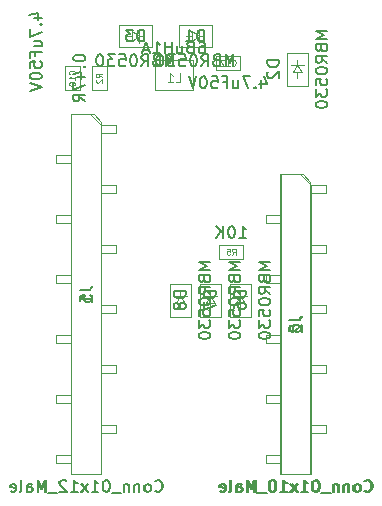
<source format=gbr>
%TF.GenerationSoftware,KiCad,Pcbnew,(5.1.10)-1*%
%TF.CreationDate,2022-01-07T18:41:25+01:00*%
%TF.ProjectId,M5StampC3,4d355374-616d-4704-9333-2e6b69636164,rev?*%
%TF.SameCoordinates,Original*%
%TF.FileFunction,Other,Fab,Bot*%
%FSLAX46Y46*%
G04 Gerber Fmt 4.6, Leading zero omitted, Abs format (unit mm)*
G04 Created by KiCad (PCBNEW (5.1.10)-1) date 2022-01-07 18:41:25*
%MOMM*%
%LPD*%
G01*
G04 APERTURE LIST*
%ADD10C,0.100000*%
%ADD11C,0.150000*%
%ADD12C,0.080000*%
%ADD13C,0.120000*%
G04 APERTURE END LIST*
D10*
%TO.C,J6*%
X135470000Y-54737000D02*
X134835000Y-54102000D01*
X135470000Y-79502000D02*
X135470000Y-54737000D01*
X132930000Y-79502000D02*
X135470000Y-79502000D01*
X132930000Y-54102000D02*
X132930000Y-79502000D01*
X134835000Y-54102000D02*
X132930000Y-54102000D01*
%TO.C,J5*%
X117770000Y-49657000D02*
X117135000Y-49022000D01*
X117770000Y-79502000D02*
X117770000Y-49657000D01*
X115230000Y-79502000D02*
X117770000Y-79502000D01*
X115230000Y-49022000D02*
X115230000Y-79502000D01*
X117135000Y-49022000D02*
X115230000Y-49022000D01*
%TO.C,R5*%
X129778000Y-60081000D02*
X127778000Y-60081000D01*
X129778000Y-61331000D02*
X129778000Y-60081000D01*
X127778000Y-61331000D02*
X129778000Y-61331000D01*
X127778000Y-60081000D02*
X127778000Y-61331000D01*
%TO.C,D8*%
X123560000Y-63370000D02*
X123560000Y-66170000D01*
X123560000Y-66170000D02*
X125360000Y-66170000D01*
X125360000Y-66170000D02*
X125360000Y-63370000D01*
X125360000Y-63370000D02*
X123560000Y-63370000D01*
X124460000Y-64020000D02*
X124460000Y-64420000D01*
X124460000Y-64420000D02*
X123910000Y-64420000D01*
X124460000Y-64420000D02*
X125010000Y-64420000D01*
X124460000Y-64420000D02*
X124060000Y-65020000D01*
X124060000Y-65020000D02*
X124860000Y-65020000D01*
X124860000Y-65020000D02*
X124460000Y-64420000D01*
X124460000Y-65020000D02*
X124460000Y-65520000D01*
%TO.C,D7*%
X126100000Y-63370000D02*
X126100000Y-66170000D01*
X126100000Y-66170000D02*
X127900000Y-66170000D01*
X127900000Y-66170000D02*
X127900000Y-63370000D01*
X127900000Y-63370000D02*
X126100000Y-63370000D01*
X127000000Y-64020000D02*
X127000000Y-64420000D01*
X127000000Y-64420000D02*
X126450000Y-64420000D01*
X127000000Y-64420000D02*
X127550000Y-64420000D01*
X127000000Y-64420000D02*
X126600000Y-65020000D01*
X126600000Y-65020000D02*
X127400000Y-65020000D01*
X127400000Y-65020000D02*
X127000000Y-64420000D01*
X127000000Y-65020000D02*
X127000000Y-65520000D01*
%TO.C,D6*%
X128640000Y-63370000D02*
X128640000Y-66170000D01*
X128640000Y-66170000D02*
X130440000Y-66170000D01*
X130440000Y-66170000D02*
X130440000Y-63370000D01*
X130440000Y-63370000D02*
X128640000Y-63370000D01*
X129540000Y-64020000D02*
X129540000Y-64420000D01*
X129540000Y-64420000D02*
X128990000Y-64420000D01*
X129540000Y-64420000D02*
X130090000Y-64420000D01*
X129540000Y-64420000D02*
X129140000Y-65020000D01*
X129140000Y-65020000D02*
X129940000Y-65020000D01*
X129940000Y-65020000D02*
X129540000Y-64420000D01*
X129540000Y-65020000D02*
X129540000Y-65520000D01*
%TO.C,J2*%
X133020000Y-79502000D02*
X135560000Y-79502000D01*
X134610000Y-54102000D02*
X133020000Y-54102000D01*
X135560000Y-79502000D02*
X135560000Y-55052000D01*
X135560000Y-55052000D02*
X134610000Y-54102000D01*
X133020000Y-54102000D02*
X133020000Y-79502000D01*
X135560000Y-55052000D02*
X136830000Y-55052000D01*
X136830000Y-55052000D02*
X136830000Y-55692000D01*
X136830000Y-55692000D02*
X135560000Y-55692000D01*
X135560000Y-60132000D02*
X136830000Y-60132000D01*
X136830000Y-60132000D02*
X136830000Y-60772000D01*
X136830000Y-60772000D02*
X135560000Y-60772000D01*
X135560000Y-65212000D02*
X136830000Y-65212000D01*
X136830000Y-65212000D02*
X136830000Y-65852000D01*
X136830000Y-65852000D02*
X135560000Y-65852000D01*
X135560000Y-70292000D02*
X136830000Y-70292000D01*
X136830000Y-70292000D02*
X136830000Y-70932000D01*
X136830000Y-70932000D02*
X135560000Y-70932000D01*
X135560000Y-75372000D02*
X136830000Y-75372000D01*
X136830000Y-75372000D02*
X136830000Y-76012000D01*
X136830000Y-76012000D02*
X135560000Y-76012000D01*
X133020000Y-57592000D02*
X131750000Y-57592000D01*
X131750000Y-57592000D02*
X131750000Y-58232000D01*
X131750000Y-58232000D02*
X133020000Y-58232000D01*
X133020000Y-62672000D02*
X131750000Y-62672000D01*
X131750000Y-62672000D02*
X131750000Y-63312000D01*
X131750000Y-63312000D02*
X133020000Y-63312000D01*
X133020000Y-67752000D02*
X131750000Y-67752000D01*
X131750000Y-67752000D02*
X131750000Y-68392000D01*
X131750000Y-68392000D02*
X133020000Y-68392000D01*
X133020000Y-72832000D02*
X131750000Y-72832000D01*
X131750000Y-72832000D02*
X131750000Y-73472000D01*
X131750000Y-73472000D02*
X133020000Y-73472000D01*
X133020000Y-77912000D02*
X131750000Y-77912000D01*
X131750000Y-77912000D02*
X131750000Y-78552000D01*
X131750000Y-78552000D02*
X133020000Y-78552000D01*
%TO.C,J1*%
X115240000Y-79498000D02*
X117780000Y-79498000D01*
X116830000Y-49018000D02*
X115240000Y-49018000D01*
X117780000Y-79498000D02*
X117780000Y-49968000D01*
X117780000Y-49968000D02*
X116830000Y-49018000D01*
X115240000Y-49018000D02*
X115240000Y-79498000D01*
X117780000Y-49968000D02*
X119050000Y-49968000D01*
X119050000Y-49968000D02*
X119050000Y-50608000D01*
X119050000Y-50608000D02*
X117780000Y-50608000D01*
X117780000Y-55048000D02*
X119050000Y-55048000D01*
X119050000Y-55048000D02*
X119050000Y-55688000D01*
X119050000Y-55688000D02*
X117780000Y-55688000D01*
X117780000Y-60128000D02*
X119050000Y-60128000D01*
X119050000Y-60128000D02*
X119050000Y-60768000D01*
X119050000Y-60768000D02*
X117780000Y-60768000D01*
X117780000Y-65208000D02*
X119050000Y-65208000D01*
X119050000Y-65208000D02*
X119050000Y-65848000D01*
X119050000Y-65848000D02*
X117780000Y-65848000D01*
X117780000Y-70288000D02*
X119050000Y-70288000D01*
X119050000Y-70288000D02*
X119050000Y-70928000D01*
X119050000Y-70928000D02*
X117780000Y-70928000D01*
X117780000Y-75368000D02*
X119050000Y-75368000D01*
X119050000Y-75368000D02*
X119050000Y-76008000D01*
X119050000Y-76008000D02*
X117780000Y-76008000D01*
X115240000Y-52508000D02*
X113970000Y-52508000D01*
X113970000Y-52508000D02*
X113970000Y-53148000D01*
X113970000Y-53148000D02*
X115240000Y-53148000D01*
X115240000Y-57588000D02*
X113970000Y-57588000D01*
X113970000Y-57588000D02*
X113970000Y-58228000D01*
X113970000Y-58228000D02*
X115240000Y-58228000D01*
X115240000Y-62668000D02*
X113970000Y-62668000D01*
X113970000Y-62668000D02*
X113970000Y-63308000D01*
X113970000Y-63308000D02*
X115240000Y-63308000D01*
X115240000Y-67748000D02*
X113970000Y-67748000D01*
X113970000Y-67748000D02*
X113970000Y-68388000D01*
X113970000Y-68388000D02*
X115240000Y-68388000D01*
X115240000Y-72828000D02*
X113970000Y-72828000D01*
X113970000Y-72828000D02*
X113970000Y-73468000D01*
X113970000Y-73468000D02*
X115240000Y-73468000D01*
X115240000Y-77908000D02*
X113970000Y-77908000D01*
X113970000Y-77908000D02*
X113970000Y-78548000D01*
X113970000Y-78548000D02*
X115240000Y-78548000D01*
%TO.C,L1*%
X122352000Y-44470000D02*
X122352000Y-46970000D01*
X122352000Y-46970000D02*
X125552000Y-46970000D01*
X125552000Y-46970000D02*
X125552000Y-44470000D01*
X125552000Y-44470000D02*
X122352000Y-44470000D01*
%TO.C,R2*%
X116977000Y-46974000D02*
X118227000Y-46974000D01*
X118227000Y-46974000D02*
X118227000Y-44974000D01*
X118227000Y-44974000D02*
X116977000Y-44974000D01*
X116977000Y-44974000D02*
X116977000Y-46974000D01*
%TO.C,D1*%
X125480000Y-42418000D02*
X124980000Y-42418000D01*
X125480000Y-42818000D02*
X126080000Y-42418000D01*
X125480000Y-42018000D02*
X125480000Y-42818000D01*
X126080000Y-42418000D02*
X125480000Y-42018000D01*
X126080000Y-42418000D02*
X126080000Y-42968000D01*
X126080000Y-42418000D02*
X126080000Y-41868000D01*
X126480000Y-42418000D02*
X126080000Y-42418000D01*
X127130000Y-43318000D02*
X127130000Y-41518000D01*
X124330000Y-43318000D02*
X127130000Y-43318000D01*
X124330000Y-41518000D02*
X124330000Y-43318000D01*
X127130000Y-41518000D02*
X124330000Y-41518000D01*
%TO.C,D2*%
X134366000Y-45462000D02*
X134366000Y-45962000D01*
X134766000Y-45462000D02*
X134366000Y-44862000D01*
X133966000Y-45462000D02*
X134766000Y-45462000D01*
X134366000Y-44862000D02*
X133966000Y-45462000D01*
X134366000Y-44862000D02*
X134916000Y-44862000D01*
X134366000Y-44862000D02*
X133816000Y-44862000D01*
X134366000Y-44462000D02*
X134366000Y-44862000D01*
X135266000Y-43812000D02*
X133466000Y-43812000D01*
X135266000Y-46612000D02*
X135266000Y-43812000D01*
X133466000Y-46612000D02*
X135266000Y-46612000D01*
X133466000Y-43812000D02*
X133466000Y-46612000D01*
%TO.C,D3*%
X120400000Y-42418000D02*
X119900000Y-42418000D01*
X120400000Y-42818000D02*
X121000000Y-42418000D01*
X120400000Y-42018000D02*
X120400000Y-42818000D01*
X121000000Y-42418000D02*
X120400000Y-42018000D01*
X121000000Y-42418000D02*
X121000000Y-42968000D01*
X121000000Y-42418000D02*
X121000000Y-41868000D01*
X121400000Y-42418000D02*
X121000000Y-42418000D01*
X122050000Y-43318000D02*
X122050000Y-41518000D01*
X119250000Y-43318000D02*
X122050000Y-43318000D01*
X119250000Y-41518000D02*
X119250000Y-43318000D01*
X122050000Y-41518000D02*
X119250000Y-41518000D01*
%TO.C,C12*%
X129524000Y-45329000D02*
X129524000Y-44079000D01*
X129524000Y-44079000D02*
X127524000Y-44079000D01*
X127524000Y-44079000D02*
X127524000Y-45329000D01*
X127524000Y-45329000D02*
X129524000Y-45329000D01*
%TO.C,C10*%
X114691000Y-46974000D02*
X115941000Y-46974000D01*
X115941000Y-46974000D02*
X115941000Y-44974000D01*
X115941000Y-44974000D02*
X114691000Y-44974000D01*
X114691000Y-44974000D02*
X114691000Y-46974000D01*
%TD*%
%TO.C,J6*%
D11*
X140033333Y-80919142D02*
X140080952Y-80966761D01*
X140223809Y-81014380D01*
X140319047Y-81014380D01*
X140461904Y-80966761D01*
X140557142Y-80871523D01*
X140604761Y-80776285D01*
X140652380Y-80585809D01*
X140652380Y-80442952D01*
X140604761Y-80252476D01*
X140557142Y-80157238D01*
X140461904Y-80062000D01*
X140319047Y-80014380D01*
X140223809Y-80014380D01*
X140080952Y-80062000D01*
X140033333Y-80109619D01*
X139461904Y-81014380D02*
X139557142Y-80966761D01*
X139604761Y-80919142D01*
X139652380Y-80823904D01*
X139652380Y-80538190D01*
X139604761Y-80442952D01*
X139557142Y-80395333D01*
X139461904Y-80347714D01*
X139319047Y-80347714D01*
X139223809Y-80395333D01*
X139176190Y-80442952D01*
X139128571Y-80538190D01*
X139128571Y-80823904D01*
X139176190Y-80919142D01*
X139223809Y-80966761D01*
X139319047Y-81014380D01*
X139461904Y-81014380D01*
X138700000Y-80347714D02*
X138700000Y-81014380D01*
X138700000Y-80442952D02*
X138652380Y-80395333D01*
X138557142Y-80347714D01*
X138414285Y-80347714D01*
X138319047Y-80395333D01*
X138271428Y-80490571D01*
X138271428Y-81014380D01*
X137795238Y-80347714D02*
X137795238Y-81014380D01*
X137795238Y-80442952D02*
X137747619Y-80395333D01*
X137652380Y-80347714D01*
X137509523Y-80347714D01*
X137414285Y-80395333D01*
X137366666Y-80490571D01*
X137366666Y-81014380D01*
X137128571Y-81109619D02*
X136366666Y-81109619D01*
X135938095Y-80014380D02*
X135842857Y-80014380D01*
X135747619Y-80062000D01*
X135700000Y-80109619D01*
X135652380Y-80204857D01*
X135604761Y-80395333D01*
X135604761Y-80633428D01*
X135652380Y-80823904D01*
X135700000Y-80919142D01*
X135747619Y-80966761D01*
X135842857Y-81014380D01*
X135938095Y-81014380D01*
X136033333Y-80966761D01*
X136080952Y-80919142D01*
X136128571Y-80823904D01*
X136176190Y-80633428D01*
X136176190Y-80395333D01*
X136128571Y-80204857D01*
X136080952Y-80109619D01*
X136033333Y-80062000D01*
X135938095Y-80014380D01*
X134652380Y-81014380D02*
X135223809Y-81014380D01*
X134938095Y-81014380D02*
X134938095Y-80014380D01*
X135033333Y-80157238D01*
X135128571Y-80252476D01*
X135223809Y-80300095D01*
X134319047Y-81014380D02*
X133795238Y-80347714D01*
X134319047Y-80347714D02*
X133795238Y-81014380D01*
X132890476Y-81014380D02*
X133461904Y-81014380D01*
X133176190Y-81014380D02*
X133176190Y-80014380D01*
X133271428Y-80157238D01*
X133366666Y-80252476D01*
X133461904Y-80300095D01*
X132271428Y-80014380D02*
X132176190Y-80014380D01*
X132080952Y-80062000D01*
X132033333Y-80109619D01*
X131985714Y-80204857D01*
X131938095Y-80395333D01*
X131938095Y-80633428D01*
X131985714Y-80823904D01*
X132033333Y-80919142D01*
X132080952Y-80966761D01*
X132176190Y-81014380D01*
X132271428Y-81014380D01*
X132366666Y-80966761D01*
X132414285Y-80919142D01*
X132461904Y-80823904D01*
X132509523Y-80633428D01*
X132509523Y-80395333D01*
X132461904Y-80204857D01*
X132414285Y-80109619D01*
X132366666Y-80062000D01*
X132271428Y-80014380D01*
X131747619Y-81109619D02*
X130985714Y-81109619D01*
X130747619Y-81014380D02*
X130747619Y-80014380D01*
X130414285Y-80728666D01*
X130080952Y-80014380D01*
X130080952Y-81014380D01*
X129176190Y-81014380D02*
X129176190Y-80490571D01*
X129223809Y-80395333D01*
X129319047Y-80347714D01*
X129509523Y-80347714D01*
X129604761Y-80395333D01*
X129176190Y-80966761D02*
X129271428Y-81014380D01*
X129509523Y-81014380D01*
X129604761Y-80966761D01*
X129652380Y-80871523D01*
X129652380Y-80776285D01*
X129604761Y-80681047D01*
X129509523Y-80633428D01*
X129271428Y-80633428D01*
X129176190Y-80585809D01*
X128557142Y-81014380D02*
X128652380Y-80966761D01*
X128700000Y-80871523D01*
X128700000Y-80014380D01*
X127795238Y-80966761D02*
X127890476Y-81014380D01*
X128080952Y-81014380D01*
X128176190Y-80966761D01*
X128223809Y-80871523D01*
X128223809Y-80490571D01*
X128176190Y-80395333D01*
X128080952Y-80347714D01*
X127890476Y-80347714D01*
X127795238Y-80395333D01*
X127747619Y-80490571D01*
X127747619Y-80585809D01*
X128223809Y-80681047D01*
X133652380Y-66468666D02*
X134366666Y-66468666D01*
X134509523Y-66421047D01*
X134604761Y-66325809D01*
X134652380Y-66182952D01*
X134652380Y-66087714D01*
X133652380Y-67373428D02*
X133652380Y-67182952D01*
X133700000Y-67087714D01*
X133747619Y-67040095D01*
X133890476Y-66944857D01*
X134080952Y-66897238D01*
X134461904Y-66897238D01*
X134557142Y-66944857D01*
X134604761Y-66992476D01*
X134652380Y-67087714D01*
X134652380Y-67278190D01*
X134604761Y-67373428D01*
X134557142Y-67421047D01*
X134461904Y-67468666D01*
X134223809Y-67468666D01*
X134128571Y-67421047D01*
X134080952Y-67373428D01*
X134033333Y-67278190D01*
X134033333Y-67087714D01*
X134080952Y-66992476D01*
X134128571Y-66944857D01*
X134223809Y-66897238D01*
%TO.C,J5*%
X122333333Y-80919142D02*
X122380952Y-80966761D01*
X122523809Y-81014380D01*
X122619047Y-81014380D01*
X122761904Y-80966761D01*
X122857142Y-80871523D01*
X122904761Y-80776285D01*
X122952380Y-80585809D01*
X122952380Y-80442952D01*
X122904761Y-80252476D01*
X122857142Y-80157238D01*
X122761904Y-80062000D01*
X122619047Y-80014380D01*
X122523809Y-80014380D01*
X122380952Y-80062000D01*
X122333333Y-80109619D01*
X121761904Y-81014380D02*
X121857142Y-80966761D01*
X121904761Y-80919142D01*
X121952380Y-80823904D01*
X121952380Y-80538190D01*
X121904761Y-80442952D01*
X121857142Y-80395333D01*
X121761904Y-80347714D01*
X121619047Y-80347714D01*
X121523809Y-80395333D01*
X121476190Y-80442952D01*
X121428571Y-80538190D01*
X121428571Y-80823904D01*
X121476190Y-80919142D01*
X121523809Y-80966761D01*
X121619047Y-81014380D01*
X121761904Y-81014380D01*
X121000000Y-80347714D02*
X121000000Y-81014380D01*
X121000000Y-80442952D02*
X120952380Y-80395333D01*
X120857142Y-80347714D01*
X120714285Y-80347714D01*
X120619047Y-80395333D01*
X120571428Y-80490571D01*
X120571428Y-81014380D01*
X120095238Y-80347714D02*
X120095238Y-81014380D01*
X120095238Y-80442952D02*
X120047619Y-80395333D01*
X119952380Y-80347714D01*
X119809523Y-80347714D01*
X119714285Y-80395333D01*
X119666666Y-80490571D01*
X119666666Y-81014380D01*
X119428571Y-81109619D02*
X118666666Y-81109619D01*
X118238095Y-80014380D02*
X118142857Y-80014380D01*
X118047619Y-80062000D01*
X118000000Y-80109619D01*
X117952380Y-80204857D01*
X117904761Y-80395333D01*
X117904761Y-80633428D01*
X117952380Y-80823904D01*
X118000000Y-80919142D01*
X118047619Y-80966761D01*
X118142857Y-81014380D01*
X118238095Y-81014380D01*
X118333333Y-80966761D01*
X118380952Y-80919142D01*
X118428571Y-80823904D01*
X118476190Y-80633428D01*
X118476190Y-80395333D01*
X118428571Y-80204857D01*
X118380952Y-80109619D01*
X118333333Y-80062000D01*
X118238095Y-80014380D01*
X116952380Y-81014380D02*
X117523809Y-81014380D01*
X117238095Y-81014380D02*
X117238095Y-80014380D01*
X117333333Y-80157238D01*
X117428571Y-80252476D01*
X117523809Y-80300095D01*
X116619047Y-81014380D02*
X116095238Y-80347714D01*
X116619047Y-80347714D02*
X116095238Y-81014380D01*
X115190476Y-81014380D02*
X115761904Y-81014380D01*
X115476190Y-81014380D02*
X115476190Y-80014380D01*
X115571428Y-80157238D01*
X115666666Y-80252476D01*
X115761904Y-80300095D01*
X114809523Y-80109619D02*
X114761904Y-80062000D01*
X114666666Y-80014380D01*
X114428571Y-80014380D01*
X114333333Y-80062000D01*
X114285714Y-80109619D01*
X114238095Y-80204857D01*
X114238095Y-80300095D01*
X114285714Y-80442952D01*
X114857142Y-81014380D01*
X114238095Y-81014380D01*
X114047619Y-81109619D02*
X113285714Y-81109619D01*
X113047619Y-81014380D02*
X113047619Y-80014380D01*
X112714285Y-80728666D01*
X112380952Y-80014380D01*
X112380952Y-81014380D01*
X111476190Y-81014380D02*
X111476190Y-80490571D01*
X111523809Y-80395333D01*
X111619047Y-80347714D01*
X111809523Y-80347714D01*
X111904761Y-80395333D01*
X111476190Y-80966761D02*
X111571428Y-81014380D01*
X111809523Y-81014380D01*
X111904761Y-80966761D01*
X111952380Y-80871523D01*
X111952380Y-80776285D01*
X111904761Y-80681047D01*
X111809523Y-80633428D01*
X111571428Y-80633428D01*
X111476190Y-80585809D01*
X110857142Y-81014380D02*
X110952380Y-80966761D01*
X111000000Y-80871523D01*
X111000000Y-80014380D01*
X110095238Y-80966761D02*
X110190476Y-81014380D01*
X110380952Y-81014380D01*
X110476190Y-80966761D01*
X110523809Y-80871523D01*
X110523809Y-80490571D01*
X110476190Y-80395333D01*
X110380952Y-80347714D01*
X110190476Y-80347714D01*
X110095238Y-80395333D01*
X110047619Y-80490571D01*
X110047619Y-80585809D01*
X110523809Y-80681047D01*
X115952380Y-63928666D02*
X116666666Y-63928666D01*
X116809523Y-63881047D01*
X116904761Y-63785809D01*
X116952380Y-63642952D01*
X116952380Y-63547714D01*
X115952380Y-64881047D02*
X115952380Y-64404857D01*
X116428571Y-64357238D01*
X116380952Y-64404857D01*
X116333333Y-64500095D01*
X116333333Y-64738190D01*
X116380952Y-64833428D01*
X116428571Y-64881047D01*
X116523809Y-64928666D01*
X116761904Y-64928666D01*
X116857142Y-64881047D01*
X116904761Y-64833428D01*
X116952380Y-64738190D01*
X116952380Y-64500095D01*
X116904761Y-64404857D01*
X116857142Y-64357238D01*
%TO.C,R5*%
X129468476Y-59508380D02*
X130039904Y-59508380D01*
X129754190Y-59508380D02*
X129754190Y-58508380D01*
X129849428Y-58651238D01*
X129944666Y-58746476D01*
X130039904Y-58794095D01*
X128849428Y-58508380D02*
X128754190Y-58508380D01*
X128658952Y-58556000D01*
X128611333Y-58603619D01*
X128563714Y-58698857D01*
X128516095Y-58889333D01*
X128516095Y-59127428D01*
X128563714Y-59317904D01*
X128611333Y-59413142D01*
X128658952Y-59460761D01*
X128754190Y-59508380D01*
X128849428Y-59508380D01*
X128944666Y-59460761D01*
X128992285Y-59413142D01*
X129039904Y-59317904D01*
X129087523Y-59127428D01*
X129087523Y-58889333D01*
X129039904Y-58698857D01*
X128992285Y-58603619D01*
X128944666Y-58556000D01*
X128849428Y-58508380D01*
X128087523Y-59508380D02*
X128087523Y-58508380D01*
X127516095Y-59508380D02*
X127944666Y-58936952D01*
X127516095Y-58508380D02*
X128087523Y-59079809D01*
D12*
X128861333Y-60932190D02*
X129028000Y-60694095D01*
X129147047Y-60932190D02*
X129147047Y-60432190D01*
X128956571Y-60432190D01*
X128908952Y-60456000D01*
X128885142Y-60479809D01*
X128861333Y-60527428D01*
X128861333Y-60598857D01*
X128885142Y-60646476D01*
X128908952Y-60670285D01*
X128956571Y-60694095D01*
X129147047Y-60694095D01*
X128408952Y-60432190D02*
X128647047Y-60432190D01*
X128670857Y-60670285D01*
X128647047Y-60646476D01*
X128599428Y-60622666D01*
X128480380Y-60622666D01*
X128432761Y-60646476D01*
X128408952Y-60670285D01*
X128385142Y-60717904D01*
X128385142Y-60836952D01*
X128408952Y-60884571D01*
X128432761Y-60908380D01*
X128480380Y-60932190D01*
X128599428Y-60932190D01*
X128647047Y-60908380D01*
X128670857Y-60884571D01*
%TO.C,D8*%
D11*
X127012380Y-61531904D02*
X126012380Y-61531904D01*
X126726666Y-61865238D01*
X126012380Y-62198571D01*
X127012380Y-62198571D01*
X126488571Y-63008095D02*
X126536190Y-63150952D01*
X126583809Y-63198571D01*
X126679047Y-63246190D01*
X126821904Y-63246190D01*
X126917142Y-63198571D01*
X126964761Y-63150952D01*
X127012380Y-63055714D01*
X127012380Y-62674761D01*
X126012380Y-62674761D01*
X126012380Y-63008095D01*
X126060000Y-63103333D01*
X126107619Y-63150952D01*
X126202857Y-63198571D01*
X126298095Y-63198571D01*
X126393333Y-63150952D01*
X126440952Y-63103333D01*
X126488571Y-63008095D01*
X126488571Y-62674761D01*
X127012380Y-64246190D02*
X126536190Y-63912857D01*
X127012380Y-63674761D02*
X126012380Y-63674761D01*
X126012380Y-64055714D01*
X126060000Y-64150952D01*
X126107619Y-64198571D01*
X126202857Y-64246190D01*
X126345714Y-64246190D01*
X126440952Y-64198571D01*
X126488571Y-64150952D01*
X126536190Y-64055714D01*
X126536190Y-63674761D01*
X126012380Y-64865238D02*
X126012380Y-64960476D01*
X126060000Y-65055714D01*
X126107619Y-65103333D01*
X126202857Y-65150952D01*
X126393333Y-65198571D01*
X126631428Y-65198571D01*
X126821904Y-65150952D01*
X126917142Y-65103333D01*
X126964761Y-65055714D01*
X127012380Y-64960476D01*
X127012380Y-64865238D01*
X126964761Y-64770000D01*
X126917142Y-64722380D01*
X126821904Y-64674761D01*
X126631428Y-64627142D01*
X126393333Y-64627142D01*
X126202857Y-64674761D01*
X126107619Y-64722380D01*
X126060000Y-64770000D01*
X126012380Y-64865238D01*
X126012380Y-66103333D02*
X126012380Y-65627142D01*
X126488571Y-65579523D01*
X126440952Y-65627142D01*
X126393333Y-65722380D01*
X126393333Y-65960476D01*
X126440952Y-66055714D01*
X126488571Y-66103333D01*
X126583809Y-66150952D01*
X126821904Y-66150952D01*
X126917142Y-66103333D01*
X126964761Y-66055714D01*
X127012380Y-65960476D01*
X127012380Y-65722380D01*
X126964761Y-65627142D01*
X126917142Y-65579523D01*
X126012380Y-66484285D02*
X126012380Y-67103333D01*
X126393333Y-66770000D01*
X126393333Y-66912857D01*
X126440952Y-67008095D01*
X126488571Y-67055714D01*
X126583809Y-67103333D01*
X126821904Y-67103333D01*
X126917142Y-67055714D01*
X126964761Y-67008095D01*
X127012380Y-66912857D01*
X127012380Y-66627142D01*
X126964761Y-66531904D01*
X126917142Y-66484285D01*
X126012380Y-67722380D02*
X126012380Y-67817619D01*
X126060000Y-67912857D01*
X126107619Y-67960476D01*
X126202857Y-68008095D01*
X126393333Y-68055714D01*
X126631428Y-68055714D01*
X126821904Y-68008095D01*
X126917142Y-67960476D01*
X126964761Y-67912857D01*
X127012380Y-67817619D01*
X127012380Y-67722380D01*
X126964761Y-67627142D01*
X126917142Y-67579523D01*
X126821904Y-67531904D01*
X126631428Y-67484285D01*
X126393333Y-67484285D01*
X126202857Y-67531904D01*
X126107619Y-67579523D01*
X126060000Y-67627142D01*
X126012380Y-67722380D01*
X124912380Y-64031904D02*
X123912380Y-64031904D01*
X123912380Y-64270000D01*
X123960000Y-64412857D01*
X124055238Y-64508095D01*
X124150476Y-64555714D01*
X124340952Y-64603333D01*
X124483809Y-64603333D01*
X124674285Y-64555714D01*
X124769523Y-64508095D01*
X124864761Y-64412857D01*
X124912380Y-64270000D01*
X124912380Y-64031904D01*
X124340952Y-65174761D02*
X124293333Y-65079523D01*
X124245714Y-65031904D01*
X124150476Y-64984285D01*
X124102857Y-64984285D01*
X124007619Y-65031904D01*
X123960000Y-65079523D01*
X123912380Y-65174761D01*
X123912380Y-65365238D01*
X123960000Y-65460476D01*
X124007619Y-65508095D01*
X124102857Y-65555714D01*
X124150476Y-65555714D01*
X124245714Y-65508095D01*
X124293333Y-65460476D01*
X124340952Y-65365238D01*
X124340952Y-65174761D01*
X124388571Y-65079523D01*
X124436190Y-65031904D01*
X124531428Y-64984285D01*
X124721904Y-64984285D01*
X124817142Y-65031904D01*
X124864761Y-65079523D01*
X124912380Y-65174761D01*
X124912380Y-65365238D01*
X124864761Y-65460476D01*
X124817142Y-65508095D01*
X124721904Y-65555714D01*
X124531428Y-65555714D01*
X124436190Y-65508095D01*
X124388571Y-65460476D01*
X124340952Y-65365238D01*
%TO.C,D7*%
X129552380Y-61531904D02*
X128552380Y-61531904D01*
X129266666Y-61865238D01*
X128552380Y-62198571D01*
X129552380Y-62198571D01*
X129028571Y-63008095D02*
X129076190Y-63150952D01*
X129123809Y-63198571D01*
X129219047Y-63246190D01*
X129361904Y-63246190D01*
X129457142Y-63198571D01*
X129504761Y-63150952D01*
X129552380Y-63055714D01*
X129552380Y-62674761D01*
X128552380Y-62674761D01*
X128552380Y-63008095D01*
X128600000Y-63103333D01*
X128647619Y-63150952D01*
X128742857Y-63198571D01*
X128838095Y-63198571D01*
X128933333Y-63150952D01*
X128980952Y-63103333D01*
X129028571Y-63008095D01*
X129028571Y-62674761D01*
X129552380Y-64246190D02*
X129076190Y-63912857D01*
X129552380Y-63674761D02*
X128552380Y-63674761D01*
X128552380Y-64055714D01*
X128600000Y-64150952D01*
X128647619Y-64198571D01*
X128742857Y-64246190D01*
X128885714Y-64246190D01*
X128980952Y-64198571D01*
X129028571Y-64150952D01*
X129076190Y-64055714D01*
X129076190Y-63674761D01*
X128552380Y-64865238D02*
X128552380Y-64960476D01*
X128600000Y-65055714D01*
X128647619Y-65103333D01*
X128742857Y-65150952D01*
X128933333Y-65198571D01*
X129171428Y-65198571D01*
X129361904Y-65150952D01*
X129457142Y-65103333D01*
X129504761Y-65055714D01*
X129552380Y-64960476D01*
X129552380Y-64865238D01*
X129504761Y-64770000D01*
X129457142Y-64722380D01*
X129361904Y-64674761D01*
X129171428Y-64627142D01*
X128933333Y-64627142D01*
X128742857Y-64674761D01*
X128647619Y-64722380D01*
X128600000Y-64770000D01*
X128552380Y-64865238D01*
X128552380Y-66103333D02*
X128552380Y-65627142D01*
X129028571Y-65579523D01*
X128980952Y-65627142D01*
X128933333Y-65722380D01*
X128933333Y-65960476D01*
X128980952Y-66055714D01*
X129028571Y-66103333D01*
X129123809Y-66150952D01*
X129361904Y-66150952D01*
X129457142Y-66103333D01*
X129504761Y-66055714D01*
X129552380Y-65960476D01*
X129552380Y-65722380D01*
X129504761Y-65627142D01*
X129457142Y-65579523D01*
X128552380Y-66484285D02*
X128552380Y-67103333D01*
X128933333Y-66770000D01*
X128933333Y-66912857D01*
X128980952Y-67008095D01*
X129028571Y-67055714D01*
X129123809Y-67103333D01*
X129361904Y-67103333D01*
X129457142Y-67055714D01*
X129504761Y-67008095D01*
X129552380Y-66912857D01*
X129552380Y-66627142D01*
X129504761Y-66531904D01*
X129457142Y-66484285D01*
X128552380Y-67722380D02*
X128552380Y-67817619D01*
X128600000Y-67912857D01*
X128647619Y-67960476D01*
X128742857Y-68008095D01*
X128933333Y-68055714D01*
X129171428Y-68055714D01*
X129361904Y-68008095D01*
X129457142Y-67960476D01*
X129504761Y-67912857D01*
X129552380Y-67817619D01*
X129552380Y-67722380D01*
X129504761Y-67627142D01*
X129457142Y-67579523D01*
X129361904Y-67531904D01*
X129171428Y-67484285D01*
X128933333Y-67484285D01*
X128742857Y-67531904D01*
X128647619Y-67579523D01*
X128600000Y-67627142D01*
X128552380Y-67722380D01*
X127452380Y-64031904D02*
X126452380Y-64031904D01*
X126452380Y-64270000D01*
X126500000Y-64412857D01*
X126595238Y-64508095D01*
X126690476Y-64555714D01*
X126880952Y-64603333D01*
X127023809Y-64603333D01*
X127214285Y-64555714D01*
X127309523Y-64508095D01*
X127404761Y-64412857D01*
X127452380Y-64270000D01*
X127452380Y-64031904D01*
X126452380Y-64936666D02*
X126452380Y-65603333D01*
X127452380Y-65174761D01*
%TO.C,D6*%
X132092380Y-61531904D02*
X131092380Y-61531904D01*
X131806666Y-61865238D01*
X131092380Y-62198571D01*
X132092380Y-62198571D01*
X131568571Y-63008095D02*
X131616190Y-63150952D01*
X131663809Y-63198571D01*
X131759047Y-63246190D01*
X131901904Y-63246190D01*
X131997142Y-63198571D01*
X132044761Y-63150952D01*
X132092380Y-63055714D01*
X132092380Y-62674761D01*
X131092380Y-62674761D01*
X131092380Y-63008095D01*
X131140000Y-63103333D01*
X131187619Y-63150952D01*
X131282857Y-63198571D01*
X131378095Y-63198571D01*
X131473333Y-63150952D01*
X131520952Y-63103333D01*
X131568571Y-63008095D01*
X131568571Y-62674761D01*
X132092380Y-64246190D02*
X131616190Y-63912857D01*
X132092380Y-63674761D02*
X131092380Y-63674761D01*
X131092380Y-64055714D01*
X131140000Y-64150952D01*
X131187619Y-64198571D01*
X131282857Y-64246190D01*
X131425714Y-64246190D01*
X131520952Y-64198571D01*
X131568571Y-64150952D01*
X131616190Y-64055714D01*
X131616190Y-63674761D01*
X131092380Y-64865238D02*
X131092380Y-64960476D01*
X131140000Y-65055714D01*
X131187619Y-65103333D01*
X131282857Y-65150952D01*
X131473333Y-65198571D01*
X131711428Y-65198571D01*
X131901904Y-65150952D01*
X131997142Y-65103333D01*
X132044761Y-65055714D01*
X132092380Y-64960476D01*
X132092380Y-64865238D01*
X132044761Y-64770000D01*
X131997142Y-64722380D01*
X131901904Y-64674761D01*
X131711428Y-64627142D01*
X131473333Y-64627142D01*
X131282857Y-64674761D01*
X131187619Y-64722380D01*
X131140000Y-64770000D01*
X131092380Y-64865238D01*
X131092380Y-66103333D02*
X131092380Y-65627142D01*
X131568571Y-65579523D01*
X131520952Y-65627142D01*
X131473333Y-65722380D01*
X131473333Y-65960476D01*
X131520952Y-66055714D01*
X131568571Y-66103333D01*
X131663809Y-66150952D01*
X131901904Y-66150952D01*
X131997142Y-66103333D01*
X132044761Y-66055714D01*
X132092380Y-65960476D01*
X132092380Y-65722380D01*
X132044761Y-65627142D01*
X131997142Y-65579523D01*
X131092380Y-66484285D02*
X131092380Y-67103333D01*
X131473333Y-66770000D01*
X131473333Y-66912857D01*
X131520952Y-67008095D01*
X131568571Y-67055714D01*
X131663809Y-67103333D01*
X131901904Y-67103333D01*
X131997142Y-67055714D01*
X132044761Y-67008095D01*
X132092380Y-66912857D01*
X132092380Y-66627142D01*
X132044761Y-66531904D01*
X131997142Y-66484285D01*
X131092380Y-67722380D02*
X131092380Y-67817619D01*
X131140000Y-67912857D01*
X131187619Y-67960476D01*
X131282857Y-68008095D01*
X131473333Y-68055714D01*
X131711428Y-68055714D01*
X131901904Y-68008095D01*
X131997142Y-67960476D01*
X132044761Y-67912857D01*
X132092380Y-67817619D01*
X132092380Y-67722380D01*
X132044761Y-67627142D01*
X131997142Y-67579523D01*
X131901904Y-67531904D01*
X131711428Y-67484285D01*
X131473333Y-67484285D01*
X131282857Y-67531904D01*
X131187619Y-67579523D01*
X131140000Y-67627142D01*
X131092380Y-67722380D01*
X129992380Y-64031904D02*
X128992380Y-64031904D01*
X128992380Y-64270000D01*
X129040000Y-64412857D01*
X129135238Y-64508095D01*
X129230476Y-64555714D01*
X129420952Y-64603333D01*
X129563809Y-64603333D01*
X129754285Y-64555714D01*
X129849523Y-64508095D01*
X129944761Y-64412857D01*
X129992380Y-64270000D01*
X129992380Y-64031904D01*
X128992380Y-65460476D02*
X128992380Y-65270000D01*
X129040000Y-65174761D01*
X129087619Y-65127142D01*
X129230476Y-65031904D01*
X129420952Y-64984285D01*
X129801904Y-64984285D01*
X129897142Y-65031904D01*
X129944761Y-65079523D01*
X129992380Y-65174761D01*
X129992380Y-65365238D01*
X129944761Y-65460476D01*
X129897142Y-65508095D01*
X129801904Y-65555714D01*
X129563809Y-65555714D01*
X129468571Y-65508095D01*
X129420952Y-65460476D01*
X129373333Y-65365238D01*
X129373333Y-65174761D01*
X129420952Y-65079523D01*
X129468571Y-65031904D01*
X129563809Y-64984285D01*
%TO.C,J2*%
X140123333Y-80919142D02*
X140170952Y-80966761D01*
X140313809Y-81014380D01*
X140409047Y-81014380D01*
X140551904Y-80966761D01*
X140647142Y-80871523D01*
X140694761Y-80776285D01*
X140742380Y-80585809D01*
X140742380Y-80442952D01*
X140694761Y-80252476D01*
X140647142Y-80157238D01*
X140551904Y-80062000D01*
X140409047Y-80014380D01*
X140313809Y-80014380D01*
X140170952Y-80062000D01*
X140123333Y-80109619D01*
X139551904Y-81014380D02*
X139647142Y-80966761D01*
X139694761Y-80919142D01*
X139742380Y-80823904D01*
X139742380Y-80538190D01*
X139694761Y-80442952D01*
X139647142Y-80395333D01*
X139551904Y-80347714D01*
X139409047Y-80347714D01*
X139313809Y-80395333D01*
X139266190Y-80442952D01*
X139218571Y-80538190D01*
X139218571Y-80823904D01*
X139266190Y-80919142D01*
X139313809Y-80966761D01*
X139409047Y-81014380D01*
X139551904Y-81014380D01*
X138790000Y-80347714D02*
X138790000Y-81014380D01*
X138790000Y-80442952D02*
X138742380Y-80395333D01*
X138647142Y-80347714D01*
X138504285Y-80347714D01*
X138409047Y-80395333D01*
X138361428Y-80490571D01*
X138361428Y-81014380D01*
X137885238Y-80347714D02*
X137885238Y-81014380D01*
X137885238Y-80442952D02*
X137837619Y-80395333D01*
X137742380Y-80347714D01*
X137599523Y-80347714D01*
X137504285Y-80395333D01*
X137456666Y-80490571D01*
X137456666Y-81014380D01*
X137218571Y-81109619D02*
X136456666Y-81109619D01*
X136028095Y-80014380D02*
X135932857Y-80014380D01*
X135837619Y-80062000D01*
X135790000Y-80109619D01*
X135742380Y-80204857D01*
X135694761Y-80395333D01*
X135694761Y-80633428D01*
X135742380Y-80823904D01*
X135790000Y-80919142D01*
X135837619Y-80966761D01*
X135932857Y-81014380D01*
X136028095Y-81014380D01*
X136123333Y-80966761D01*
X136170952Y-80919142D01*
X136218571Y-80823904D01*
X136266190Y-80633428D01*
X136266190Y-80395333D01*
X136218571Y-80204857D01*
X136170952Y-80109619D01*
X136123333Y-80062000D01*
X136028095Y-80014380D01*
X134742380Y-81014380D02*
X135313809Y-81014380D01*
X135028095Y-81014380D02*
X135028095Y-80014380D01*
X135123333Y-80157238D01*
X135218571Y-80252476D01*
X135313809Y-80300095D01*
X134409047Y-81014380D02*
X133885238Y-80347714D01*
X134409047Y-80347714D02*
X133885238Y-81014380D01*
X132980476Y-81014380D02*
X133551904Y-81014380D01*
X133266190Y-81014380D02*
X133266190Y-80014380D01*
X133361428Y-80157238D01*
X133456666Y-80252476D01*
X133551904Y-80300095D01*
X132361428Y-80014380D02*
X132266190Y-80014380D01*
X132170952Y-80062000D01*
X132123333Y-80109619D01*
X132075714Y-80204857D01*
X132028095Y-80395333D01*
X132028095Y-80633428D01*
X132075714Y-80823904D01*
X132123333Y-80919142D01*
X132170952Y-80966761D01*
X132266190Y-81014380D01*
X132361428Y-81014380D01*
X132456666Y-80966761D01*
X132504285Y-80919142D01*
X132551904Y-80823904D01*
X132599523Y-80633428D01*
X132599523Y-80395333D01*
X132551904Y-80204857D01*
X132504285Y-80109619D01*
X132456666Y-80062000D01*
X132361428Y-80014380D01*
X131837619Y-81109619D02*
X131075714Y-81109619D01*
X130837619Y-81014380D02*
X130837619Y-80014380D01*
X130504285Y-80728666D01*
X130170952Y-80014380D01*
X130170952Y-81014380D01*
X129266190Y-81014380D02*
X129266190Y-80490571D01*
X129313809Y-80395333D01*
X129409047Y-80347714D01*
X129599523Y-80347714D01*
X129694761Y-80395333D01*
X129266190Y-80966761D02*
X129361428Y-81014380D01*
X129599523Y-81014380D01*
X129694761Y-80966761D01*
X129742380Y-80871523D01*
X129742380Y-80776285D01*
X129694761Y-80681047D01*
X129599523Y-80633428D01*
X129361428Y-80633428D01*
X129266190Y-80585809D01*
X128647142Y-81014380D02*
X128742380Y-80966761D01*
X128790000Y-80871523D01*
X128790000Y-80014380D01*
X127885238Y-80966761D02*
X127980476Y-81014380D01*
X128170952Y-81014380D01*
X128266190Y-80966761D01*
X128313809Y-80871523D01*
X128313809Y-80490571D01*
X128266190Y-80395333D01*
X128170952Y-80347714D01*
X127980476Y-80347714D01*
X127885238Y-80395333D01*
X127837619Y-80490571D01*
X127837619Y-80585809D01*
X128313809Y-80681047D01*
X133742380Y-66468666D02*
X134456666Y-66468666D01*
X134599523Y-66421047D01*
X134694761Y-66325809D01*
X134742380Y-66182952D01*
X134742380Y-66087714D01*
X133837619Y-66897238D02*
X133790000Y-66944857D01*
X133742380Y-67040095D01*
X133742380Y-67278190D01*
X133790000Y-67373428D01*
X133837619Y-67421047D01*
X133932857Y-67468666D01*
X134028095Y-67468666D01*
X134170952Y-67421047D01*
X134742380Y-66849619D01*
X134742380Y-67468666D01*
%TO.C,J1*%
X122343333Y-80915142D02*
X122390952Y-80962761D01*
X122533809Y-81010380D01*
X122629047Y-81010380D01*
X122771904Y-80962761D01*
X122867142Y-80867523D01*
X122914761Y-80772285D01*
X122962380Y-80581809D01*
X122962380Y-80438952D01*
X122914761Y-80248476D01*
X122867142Y-80153238D01*
X122771904Y-80058000D01*
X122629047Y-80010380D01*
X122533809Y-80010380D01*
X122390952Y-80058000D01*
X122343333Y-80105619D01*
X121771904Y-81010380D02*
X121867142Y-80962761D01*
X121914761Y-80915142D01*
X121962380Y-80819904D01*
X121962380Y-80534190D01*
X121914761Y-80438952D01*
X121867142Y-80391333D01*
X121771904Y-80343714D01*
X121629047Y-80343714D01*
X121533809Y-80391333D01*
X121486190Y-80438952D01*
X121438571Y-80534190D01*
X121438571Y-80819904D01*
X121486190Y-80915142D01*
X121533809Y-80962761D01*
X121629047Y-81010380D01*
X121771904Y-81010380D01*
X121010000Y-80343714D02*
X121010000Y-81010380D01*
X121010000Y-80438952D02*
X120962380Y-80391333D01*
X120867142Y-80343714D01*
X120724285Y-80343714D01*
X120629047Y-80391333D01*
X120581428Y-80486571D01*
X120581428Y-81010380D01*
X120105238Y-80343714D02*
X120105238Y-81010380D01*
X120105238Y-80438952D02*
X120057619Y-80391333D01*
X119962380Y-80343714D01*
X119819523Y-80343714D01*
X119724285Y-80391333D01*
X119676666Y-80486571D01*
X119676666Y-81010380D01*
X119438571Y-81105619D02*
X118676666Y-81105619D01*
X118248095Y-80010380D02*
X118152857Y-80010380D01*
X118057619Y-80058000D01*
X118010000Y-80105619D01*
X117962380Y-80200857D01*
X117914761Y-80391333D01*
X117914761Y-80629428D01*
X117962380Y-80819904D01*
X118010000Y-80915142D01*
X118057619Y-80962761D01*
X118152857Y-81010380D01*
X118248095Y-81010380D01*
X118343333Y-80962761D01*
X118390952Y-80915142D01*
X118438571Y-80819904D01*
X118486190Y-80629428D01*
X118486190Y-80391333D01*
X118438571Y-80200857D01*
X118390952Y-80105619D01*
X118343333Y-80058000D01*
X118248095Y-80010380D01*
X116962380Y-81010380D02*
X117533809Y-81010380D01*
X117248095Y-81010380D02*
X117248095Y-80010380D01*
X117343333Y-80153238D01*
X117438571Y-80248476D01*
X117533809Y-80296095D01*
X116629047Y-81010380D02*
X116105238Y-80343714D01*
X116629047Y-80343714D02*
X116105238Y-81010380D01*
X115200476Y-81010380D02*
X115771904Y-81010380D01*
X115486190Y-81010380D02*
X115486190Y-80010380D01*
X115581428Y-80153238D01*
X115676666Y-80248476D01*
X115771904Y-80296095D01*
X114819523Y-80105619D02*
X114771904Y-80058000D01*
X114676666Y-80010380D01*
X114438571Y-80010380D01*
X114343333Y-80058000D01*
X114295714Y-80105619D01*
X114248095Y-80200857D01*
X114248095Y-80296095D01*
X114295714Y-80438952D01*
X114867142Y-81010380D01*
X114248095Y-81010380D01*
X114057619Y-81105619D02*
X113295714Y-81105619D01*
X113057619Y-81010380D02*
X113057619Y-80010380D01*
X112724285Y-80724666D01*
X112390952Y-80010380D01*
X112390952Y-81010380D01*
X111486190Y-81010380D02*
X111486190Y-80486571D01*
X111533809Y-80391333D01*
X111629047Y-80343714D01*
X111819523Y-80343714D01*
X111914761Y-80391333D01*
X111486190Y-80962761D02*
X111581428Y-81010380D01*
X111819523Y-81010380D01*
X111914761Y-80962761D01*
X111962380Y-80867523D01*
X111962380Y-80772285D01*
X111914761Y-80677047D01*
X111819523Y-80629428D01*
X111581428Y-80629428D01*
X111486190Y-80581809D01*
X110867142Y-81010380D02*
X110962380Y-80962761D01*
X111010000Y-80867523D01*
X111010000Y-80010380D01*
X110105238Y-80962761D02*
X110200476Y-81010380D01*
X110390952Y-81010380D01*
X110486190Y-80962761D01*
X110533809Y-80867523D01*
X110533809Y-80486571D01*
X110486190Y-80391333D01*
X110390952Y-80343714D01*
X110200476Y-80343714D01*
X110105238Y-80391333D01*
X110057619Y-80486571D01*
X110057619Y-80581809D01*
X110533809Y-80677047D01*
X115962380Y-63924666D02*
X116676666Y-63924666D01*
X116819523Y-63877047D01*
X116914761Y-63781809D01*
X116962380Y-63638952D01*
X116962380Y-63543714D01*
X116962380Y-64924666D02*
X116962380Y-64353238D01*
X116962380Y-64638952D02*
X115962380Y-64638952D01*
X116105238Y-64543714D01*
X116200476Y-64448476D01*
X116248095Y-64353238D01*
%TO.C,L1*%
X126118666Y-42892380D02*
X126309142Y-42892380D01*
X126404380Y-42940000D01*
X126452000Y-42987619D01*
X126547238Y-43130476D01*
X126594857Y-43320952D01*
X126594857Y-43701904D01*
X126547238Y-43797142D01*
X126499619Y-43844761D01*
X126404380Y-43892380D01*
X126213904Y-43892380D01*
X126118666Y-43844761D01*
X126071047Y-43797142D01*
X126023428Y-43701904D01*
X126023428Y-43463809D01*
X126071047Y-43368571D01*
X126118666Y-43320952D01*
X126213904Y-43273333D01*
X126404380Y-43273333D01*
X126499619Y-43320952D01*
X126547238Y-43368571D01*
X126594857Y-43463809D01*
X125452000Y-43320952D02*
X125547238Y-43273333D01*
X125594857Y-43225714D01*
X125642476Y-43130476D01*
X125642476Y-43082857D01*
X125594857Y-42987619D01*
X125547238Y-42940000D01*
X125452000Y-42892380D01*
X125261523Y-42892380D01*
X125166285Y-42940000D01*
X125118666Y-42987619D01*
X125071047Y-43082857D01*
X125071047Y-43130476D01*
X125118666Y-43225714D01*
X125166285Y-43273333D01*
X125261523Y-43320952D01*
X125452000Y-43320952D01*
X125547238Y-43368571D01*
X125594857Y-43416190D01*
X125642476Y-43511428D01*
X125642476Y-43701904D01*
X125594857Y-43797142D01*
X125547238Y-43844761D01*
X125452000Y-43892380D01*
X125261523Y-43892380D01*
X125166285Y-43844761D01*
X125118666Y-43797142D01*
X125071047Y-43701904D01*
X125071047Y-43511428D01*
X125118666Y-43416190D01*
X125166285Y-43368571D01*
X125261523Y-43320952D01*
X124213904Y-43225714D02*
X124213904Y-43892380D01*
X124642476Y-43225714D02*
X124642476Y-43749523D01*
X124594857Y-43844761D01*
X124499619Y-43892380D01*
X124356761Y-43892380D01*
X124261523Y-43844761D01*
X124213904Y-43797142D01*
X123737714Y-43892380D02*
X123737714Y-42892380D01*
X123737714Y-43368571D02*
X123166285Y-43368571D01*
X123166285Y-43892380D02*
X123166285Y-42892380D01*
X122166285Y-43892380D02*
X122737714Y-43892380D01*
X122452000Y-43892380D02*
X122452000Y-42892380D01*
X122547238Y-43035238D01*
X122642476Y-43130476D01*
X122737714Y-43178095D01*
X121785333Y-43606666D02*
X121309142Y-43606666D01*
X121880571Y-43892380D02*
X121547238Y-42892380D01*
X121213904Y-43892380D01*
D13*
X124085333Y-46335904D02*
X124466285Y-46335904D01*
X124466285Y-45535904D01*
X123399619Y-46335904D02*
X123856761Y-46335904D01*
X123628190Y-46335904D02*
X123628190Y-45535904D01*
X123704380Y-45650190D01*
X123780571Y-45726380D01*
X123856761Y-45764476D01*
%TO.C,R2*%
D11*
X115404380Y-44235904D02*
X115404380Y-44331142D01*
X115452000Y-44426380D01*
X115499619Y-44474000D01*
X115594857Y-44521619D01*
X115785333Y-44569238D01*
X116023428Y-44569238D01*
X116213904Y-44521619D01*
X116309142Y-44474000D01*
X116356761Y-44426380D01*
X116404380Y-44331142D01*
X116404380Y-44235904D01*
X116356761Y-44140666D01*
X116309142Y-44093047D01*
X116213904Y-44045428D01*
X116023428Y-43997809D01*
X115785333Y-43997809D01*
X115594857Y-44045428D01*
X115499619Y-44093047D01*
X115452000Y-44140666D01*
X115404380Y-44235904D01*
X116309142Y-44997809D02*
X116356761Y-45045428D01*
X116404380Y-44997809D01*
X116356761Y-44950190D01*
X116309142Y-44997809D01*
X116404380Y-44997809D01*
X115737714Y-45902571D02*
X116404380Y-45902571D01*
X115356761Y-45664476D02*
X116071047Y-45426380D01*
X116071047Y-46045428D01*
X115404380Y-46331142D02*
X115404380Y-46997809D01*
X116404380Y-46569238D01*
X116404380Y-47950190D02*
X115928190Y-47616857D01*
X116404380Y-47378761D02*
X115404380Y-47378761D01*
X115404380Y-47759714D01*
X115452000Y-47854952D01*
X115499619Y-47902571D01*
X115594857Y-47950190D01*
X115737714Y-47950190D01*
X115832952Y-47902571D01*
X115880571Y-47854952D01*
X115928190Y-47759714D01*
X115928190Y-47378761D01*
D12*
X117828190Y-45890666D02*
X117590095Y-45724000D01*
X117828190Y-45604952D02*
X117328190Y-45604952D01*
X117328190Y-45795428D01*
X117352000Y-45843047D01*
X117375809Y-45866857D01*
X117423428Y-45890666D01*
X117494857Y-45890666D01*
X117542476Y-45866857D01*
X117566285Y-45843047D01*
X117590095Y-45795428D01*
X117590095Y-45604952D01*
X117375809Y-46081142D02*
X117352000Y-46104952D01*
X117328190Y-46152571D01*
X117328190Y-46271619D01*
X117352000Y-46319238D01*
X117375809Y-46343047D01*
X117423428Y-46366857D01*
X117471047Y-46366857D01*
X117542476Y-46343047D01*
X117828190Y-46057333D01*
X117828190Y-46366857D01*
%TO.C,D1*%
D11*
X128968095Y-44970380D02*
X128968095Y-43970380D01*
X128634761Y-44684666D01*
X128301428Y-43970380D01*
X128301428Y-44970380D01*
X127491904Y-44446571D02*
X127349047Y-44494190D01*
X127301428Y-44541809D01*
X127253809Y-44637047D01*
X127253809Y-44779904D01*
X127301428Y-44875142D01*
X127349047Y-44922761D01*
X127444285Y-44970380D01*
X127825238Y-44970380D01*
X127825238Y-43970380D01*
X127491904Y-43970380D01*
X127396666Y-44018000D01*
X127349047Y-44065619D01*
X127301428Y-44160857D01*
X127301428Y-44256095D01*
X127349047Y-44351333D01*
X127396666Y-44398952D01*
X127491904Y-44446571D01*
X127825238Y-44446571D01*
X126253809Y-44970380D02*
X126587142Y-44494190D01*
X126825238Y-44970380D02*
X126825238Y-43970380D01*
X126444285Y-43970380D01*
X126349047Y-44018000D01*
X126301428Y-44065619D01*
X126253809Y-44160857D01*
X126253809Y-44303714D01*
X126301428Y-44398952D01*
X126349047Y-44446571D01*
X126444285Y-44494190D01*
X126825238Y-44494190D01*
X125634761Y-43970380D02*
X125539523Y-43970380D01*
X125444285Y-44018000D01*
X125396666Y-44065619D01*
X125349047Y-44160857D01*
X125301428Y-44351333D01*
X125301428Y-44589428D01*
X125349047Y-44779904D01*
X125396666Y-44875142D01*
X125444285Y-44922761D01*
X125539523Y-44970380D01*
X125634761Y-44970380D01*
X125730000Y-44922761D01*
X125777619Y-44875142D01*
X125825238Y-44779904D01*
X125872857Y-44589428D01*
X125872857Y-44351333D01*
X125825238Y-44160857D01*
X125777619Y-44065619D01*
X125730000Y-44018000D01*
X125634761Y-43970380D01*
X124396666Y-43970380D02*
X124872857Y-43970380D01*
X124920476Y-44446571D01*
X124872857Y-44398952D01*
X124777619Y-44351333D01*
X124539523Y-44351333D01*
X124444285Y-44398952D01*
X124396666Y-44446571D01*
X124349047Y-44541809D01*
X124349047Y-44779904D01*
X124396666Y-44875142D01*
X124444285Y-44922761D01*
X124539523Y-44970380D01*
X124777619Y-44970380D01*
X124872857Y-44922761D01*
X124920476Y-44875142D01*
X124015714Y-43970380D02*
X123396666Y-43970380D01*
X123730000Y-44351333D01*
X123587142Y-44351333D01*
X123491904Y-44398952D01*
X123444285Y-44446571D01*
X123396666Y-44541809D01*
X123396666Y-44779904D01*
X123444285Y-44875142D01*
X123491904Y-44922761D01*
X123587142Y-44970380D01*
X123872857Y-44970380D01*
X123968095Y-44922761D01*
X124015714Y-44875142D01*
X122777619Y-43970380D02*
X122682380Y-43970380D01*
X122587142Y-44018000D01*
X122539523Y-44065619D01*
X122491904Y-44160857D01*
X122444285Y-44351333D01*
X122444285Y-44589428D01*
X122491904Y-44779904D01*
X122539523Y-44875142D01*
X122587142Y-44922761D01*
X122682380Y-44970380D01*
X122777619Y-44970380D01*
X122872857Y-44922761D01*
X122920476Y-44875142D01*
X122968095Y-44779904D01*
X123015714Y-44589428D01*
X123015714Y-44351333D01*
X122968095Y-44160857D01*
X122920476Y-44065619D01*
X122872857Y-44018000D01*
X122777619Y-43970380D01*
X126468095Y-42870380D02*
X126468095Y-41870380D01*
X126230000Y-41870380D01*
X126087142Y-41918000D01*
X125991904Y-42013238D01*
X125944285Y-42108476D01*
X125896666Y-42298952D01*
X125896666Y-42441809D01*
X125944285Y-42632285D01*
X125991904Y-42727523D01*
X126087142Y-42822761D01*
X126230000Y-42870380D01*
X126468095Y-42870380D01*
X124944285Y-42870380D02*
X125515714Y-42870380D01*
X125230000Y-42870380D02*
X125230000Y-41870380D01*
X125325238Y-42013238D01*
X125420476Y-42108476D01*
X125515714Y-42156095D01*
%TO.C,D2*%
X136918380Y-41973904D02*
X135918380Y-41973904D01*
X136632666Y-42307238D01*
X135918380Y-42640571D01*
X136918380Y-42640571D01*
X136394571Y-43450095D02*
X136442190Y-43592952D01*
X136489809Y-43640571D01*
X136585047Y-43688190D01*
X136727904Y-43688190D01*
X136823142Y-43640571D01*
X136870761Y-43592952D01*
X136918380Y-43497714D01*
X136918380Y-43116761D01*
X135918380Y-43116761D01*
X135918380Y-43450095D01*
X135966000Y-43545333D01*
X136013619Y-43592952D01*
X136108857Y-43640571D01*
X136204095Y-43640571D01*
X136299333Y-43592952D01*
X136346952Y-43545333D01*
X136394571Y-43450095D01*
X136394571Y-43116761D01*
X136918380Y-44688190D02*
X136442190Y-44354857D01*
X136918380Y-44116761D02*
X135918380Y-44116761D01*
X135918380Y-44497714D01*
X135966000Y-44592952D01*
X136013619Y-44640571D01*
X136108857Y-44688190D01*
X136251714Y-44688190D01*
X136346952Y-44640571D01*
X136394571Y-44592952D01*
X136442190Y-44497714D01*
X136442190Y-44116761D01*
X135918380Y-45307238D02*
X135918380Y-45402476D01*
X135966000Y-45497714D01*
X136013619Y-45545333D01*
X136108857Y-45592952D01*
X136299333Y-45640571D01*
X136537428Y-45640571D01*
X136727904Y-45592952D01*
X136823142Y-45545333D01*
X136870761Y-45497714D01*
X136918380Y-45402476D01*
X136918380Y-45307238D01*
X136870761Y-45212000D01*
X136823142Y-45164380D01*
X136727904Y-45116761D01*
X136537428Y-45069142D01*
X136299333Y-45069142D01*
X136108857Y-45116761D01*
X136013619Y-45164380D01*
X135966000Y-45212000D01*
X135918380Y-45307238D01*
X135918380Y-46545333D02*
X135918380Y-46069142D01*
X136394571Y-46021523D01*
X136346952Y-46069142D01*
X136299333Y-46164380D01*
X136299333Y-46402476D01*
X136346952Y-46497714D01*
X136394571Y-46545333D01*
X136489809Y-46592952D01*
X136727904Y-46592952D01*
X136823142Y-46545333D01*
X136870761Y-46497714D01*
X136918380Y-46402476D01*
X136918380Y-46164380D01*
X136870761Y-46069142D01*
X136823142Y-46021523D01*
X135918380Y-46926285D02*
X135918380Y-47545333D01*
X136299333Y-47212000D01*
X136299333Y-47354857D01*
X136346952Y-47450095D01*
X136394571Y-47497714D01*
X136489809Y-47545333D01*
X136727904Y-47545333D01*
X136823142Y-47497714D01*
X136870761Y-47450095D01*
X136918380Y-47354857D01*
X136918380Y-47069142D01*
X136870761Y-46973904D01*
X136823142Y-46926285D01*
X135918380Y-48164380D02*
X135918380Y-48259619D01*
X135966000Y-48354857D01*
X136013619Y-48402476D01*
X136108857Y-48450095D01*
X136299333Y-48497714D01*
X136537428Y-48497714D01*
X136727904Y-48450095D01*
X136823142Y-48402476D01*
X136870761Y-48354857D01*
X136918380Y-48259619D01*
X136918380Y-48164380D01*
X136870761Y-48069142D01*
X136823142Y-48021523D01*
X136727904Y-47973904D01*
X136537428Y-47926285D01*
X136299333Y-47926285D01*
X136108857Y-47973904D01*
X136013619Y-48021523D01*
X135966000Y-48069142D01*
X135918380Y-48164380D01*
X132818380Y-44473904D02*
X131818380Y-44473904D01*
X131818380Y-44712000D01*
X131866000Y-44854857D01*
X131961238Y-44950095D01*
X132056476Y-44997714D01*
X132246952Y-45045333D01*
X132389809Y-45045333D01*
X132580285Y-44997714D01*
X132675523Y-44950095D01*
X132770761Y-44854857D01*
X132818380Y-44712000D01*
X132818380Y-44473904D01*
X131913619Y-45426285D02*
X131866000Y-45473904D01*
X131818380Y-45569142D01*
X131818380Y-45807238D01*
X131866000Y-45902476D01*
X131913619Y-45950095D01*
X132008857Y-45997714D01*
X132104095Y-45997714D01*
X132246952Y-45950095D01*
X132818380Y-45378666D01*
X132818380Y-45997714D01*
%TO.C,D3*%
X123888095Y-44970380D02*
X123888095Y-43970380D01*
X123554761Y-44684666D01*
X123221428Y-43970380D01*
X123221428Y-44970380D01*
X122411904Y-44446571D02*
X122269047Y-44494190D01*
X122221428Y-44541809D01*
X122173809Y-44637047D01*
X122173809Y-44779904D01*
X122221428Y-44875142D01*
X122269047Y-44922761D01*
X122364285Y-44970380D01*
X122745238Y-44970380D01*
X122745238Y-43970380D01*
X122411904Y-43970380D01*
X122316666Y-44018000D01*
X122269047Y-44065619D01*
X122221428Y-44160857D01*
X122221428Y-44256095D01*
X122269047Y-44351333D01*
X122316666Y-44398952D01*
X122411904Y-44446571D01*
X122745238Y-44446571D01*
X121173809Y-44970380D02*
X121507142Y-44494190D01*
X121745238Y-44970380D02*
X121745238Y-43970380D01*
X121364285Y-43970380D01*
X121269047Y-44018000D01*
X121221428Y-44065619D01*
X121173809Y-44160857D01*
X121173809Y-44303714D01*
X121221428Y-44398952D01*
X121269047Y-44446571D01*
X121364285Y-44494190D01*
X121745238Y-44494190D01*
X120554761Y-43970380D02*
X120459523Y-43970380D01*
X120364285Y-44018000D01*
X120316666Y-44065619D01*
X120269047Y-44160857D01*
X120221428Y-44351333D01*
X120221428Y-44589428D01*
X120269047Y-44779904D01*
X120316666Y-44875142D01*
X120364285Y-44922761D01*
X120459523Y-44970380D01*
X120554761Y-44970380D01*
X120650000Y-44922761D01*
X120697619Y-44875142D01*
X120745238Y-44779904D01*
X120792857Y-44589428D01*
X120792857Y-44351333D01*
X120745238Y-44160857D01*
X120697619Y-44065619D01*
X120650000Y-44018000D01*
X120554761Y-43970380D01*
X119316666Y-43970380D02*
X119792857Y-43970380D01*
X119840476Y-44446571D01*
X119792857Y-44398952D01*
X119697619Y-44351333D01*
X119459523Y-44351333D01*
X119364285Y-44398952D01*
X119316666Y-44446571D01*
X119269047Y-44541809D01*
X119269047Y-44779904D01*
X119316666Y-44875142D01*
X119364285Y-44922761D01*
X119459523Y-44970380D01*
X119697619Y-44970380D01*
X119792857Y-44922761D01*
X119840476Y-44875142D01*
X118935714Y-43970380D02*
X118316666Y-43970380D01*
X118650000Y-44351333D01*
X118507142Y-44351333D01*
X118411904Y-44398952D01*
X118364285Y-44446571D01*
X118316666Y-44541809D01*
X118316666Y-44779904D01*
X118364285Y-44875142D01*
X118411904Y-44922761D01*
X118507142Y-44970380D01*
X118792857Y-44970380D01*
X118888095Y-44922761D01*
X118935714Y-44875142D01*
X117697619Y-43970380D02*
X117602380Y-43970380D01*
X117507142Y-44018000D01*
X117459523Y-44065619D01*
X117411904Y-44160857D01*
X117364285Y-44351333D01*
X117364285Y-44589428D01*
X117411904Y-44779904D01*
X117459523Y-44875142D01*
X117507142Y-44922761D01*
X117602380Y-44970380D01*
X117697619Y-44970380D01*
X117792857Y-44922761D01*
X117840476Y-44875142D01*
X117888095Y-44779904D01*
X117935714Y-44589428D01*
X117935714Y-44351333D01*
X117888095Y-44160857D01*
X117840476Y-44065619D01*
X117792857Y-44018000D01*
X117697619Y-43970380D01*
X121388095Y-42870380D02*
X121388095Y-41870380D01*
X121150000Y-41870380D01*
X121007142Y-41918000D01*
X120911904Y-42013238D01*
X120864285Y-42108476D01*
X120816666Y-42298952D01*
X120816666Y-42441809D01*
X120864285Y-42632285D01*
X120911904Y-42727523D01*
X121007142Y-42822761D01*
X121150000Y-42870380D01*
X121388095Y-42870380D01*
X120483333Y-41870380D02*
X119864285Y-41870380D01*
X120197619Y-42251333D01*
X120054761Y-42251333D01*
X119959523Y-42298952D01*
X119911904Y-42346571D01*
X119864285Y-42441809D01*
X119864285Y-42679904D01*
X119911904Y-42775142D01*
X119959523Y-42822761D01*
X120054761Y-42870380D01*
X120340476Y-42870380D01*
X120435714Y-42822761D01*
X120483333Y-42775142D01*
%TO.C,C12*%
X131309714Y-46169714D02*
X131309714Y-46836380D01*
X131547809Y-45788761D02*
X131785904Y-46503047D01*
X131166857Y-46503047D01*
X130785904Y-46741142D02*
X130738285Y-46788761D01*
X130785904Y-46836380D01*
X130833523Y-46788761D01*
X130785904Y-46741142D01*
X130785904Y-46836380D01*
X130404952Y-45836380D02*
X129738285Y-45836380D01*
X130166857Y-46836380D01*
X128928761Y-46169714D02*
X128928761Y-46836380D01*
X129357333Y-46169714D02*
X129357333Y-46693523D01*
X129309714Y-46788761D01*
X129214476Y-46836380D01*
X129071619Y-46836380D01*
X128976380Y-46788761D01*
X128928761Y-46741142D01*
X128119238Y-46312571D02*
X128452571Y-46312571D01*
X128452571Y-46836380D02*
X128452571Y-45836380D01*
X127976380Y-45836380D01*
X127119238Y-45836380D02*
X127595428Y-45836380D01*
X127643047Y-46312571D01*
X127595428Y-46264952D01*
X127500190Y-46217333D01*
X127262095Y-46217333D01*
X127166857Y-46264952D01*
X127119238Y-46312571D01*
X127071619Y-46407809D01*
X127071619Y-46645904D01*
X127119238Y-46741142D01*
X127166857Y-46788761D01*
X127262095Y-46836380D01*
X127500190Y-46836380D01*
X127595428Y-46788761D01*
X127643047Y-46741142D01*
X126452571Y-45836380D02*
X126357333Y-45836380D01*
X126262095Y-45884000D01*
X126214476Y-45931619D01*
X126166857Y-46026857D01*
X126119238Y-46217333D01*
X126119238Y-46455428D01*
X126166857Y-46645904D01*
X126214476Y-46741142D01*
X126262095Y-46788761D01*
X126357333Y-46836380D01*
X126452571Y-46836380D01*
X126547809Y-46788761D01*
X126595428Y-46741142D01*
X126643047Y-46645904D01*
X126690666Y-46455428D01*
X126690666Y-46217333D01*
X126643047Y-46026857D01*
X126595428Y-45931619D01*
X126547809Y-45884000D01*
X126452571Y-45836380D01*
X125833523Y-45836380D02*
X125500190Y-46836380D01*
X125166857Y-45836380D01*
D12*
X128845428Y-44882571D02*
X128869238Y-44906380D01*
X128940666Y-44930190D01*
X128988285Y-44930190D01*
X129059714Y-44906380D01*
X129107333Y-44858761D01*
X129131142Y-44811142D01*
X129154952Y-44715904D01*
X129154952Y-44644476D01*
X129131142Y-44549238D01*
X129107333Y-44501619D01*
X129059714Y-44454000D01*
X128988285Y-44430190D01*
X128940666Y-44430190D01*
X128869238Y-44454000D01*
X128845428Y-44477809D01*
X128369238Y-44930190D02*
X128654952Y-44930190D01*
X128512095Y-44930190D02*
X128512095Y-44430190D01*
X128559714Y-44501619D01*
X128607333Y-44549238D01*
X128654952Y-44573047D01*
X128178761Y-44477809D02*
X128154952Y-44454000D01*
X128107333Y-44430190D01*
X127988285Y-44430190D01*
X127940666Y-44454000D01*
X127916857Y-44477809D01*
X127893047Y-44525428D01*
X127893047Y-44573047D01*
X127916857Y-44644476D01*
X128202571Y-44930190D01*
X127893047Y-44930190D01*
%TO.C,C10*%
D11*
X112053714Y-40902285D02*
X112720380Y-40902285D01*
X111672761Y-40664190D02*
X112387047Y-40426095D01*
X112387047Y-41045142D01*
X112625142Y-41426095D02*
X112672761Y-41473714D01*
X112720380Y-41426095D01*
X112672761Y-41378476D01*
X112625142Y-41426095D01*
X112720380Y-41426095D01*
X111720380Y-41807047D02*
X111720380Y-42473714D01*
X112720380Y-42045142D01*
X112053714Y-43283238D02*
X112720380Y-43283238D01*
X112053714Y-42854666D02*
X112577523Y-42854666D01*
X112672761Y-42902285D01*
X112720380Y-42997523D01*
X112720380Y-43140380D01*
X112672761Y-43235619D01*
X112625142Y-43283238D01*
X112196571Y-44092761D02*
X112196571Y-43759428D01*
X112720380Y-43759428D02*
X111720380Y-43759428D01*
X111720380Y-44235619D01*
X111720380Y-45092761D02*
X111720380Y-44616571D01*
X112196571Y-44568952D01*
X112148952Y-44616571D01*
X112101333Y-44711809D01*
X112101333Y-44949904D01*
X112148952Y-45045142D01*
X112196571Y-45092761D01*
X112291809Y-45140380D01*
X112529904Y-45140380D01*
X112625142Y-45092761D01*
X112672761Y-45045142D01*
X112720380Y-44949904D01*
X112720380Y-44711809D01*
X112672761Y-44616571D01*
X112625142Y-44568952D01*
X111720380Y-45759428D02*
X111720380Y-45854666D01*
X111768000Y-45949904D01*
X111815619Y-45997523D01*
X111910857Y-46045142D01*
X112101333Y-46092761D01*
X112339428Y-46092761D01*
X112529904Y-46045142D01*
X112625142Y-45997523D01*
X112672761Y-45949904D01*
X112720380Y-45854666D01*
X112720380Y-45759428D01*
X112672761Y-45664190D01*
X112625142Y-45616571D01*
X112529904Y-45568952D01*
X112339428Y-45521333D01*
X112101333Y-45521333D01*
X111910857Y-45568952D01*
X111815619Y-45616571D01*
X111768000Y-45664190D01*
X111720380Y-45759428D01*
X111720380Y-46378476D02*
X112720380Y-46711809D01*
X111720380Y-47045142D01*
D12*
X115494571Y-45652571D02*
X115518380Y-45628761D01*
X115542190Y-45557333D01*
X115542190Y-45509714D01*
X115518380Y-45438285D01*
X115470761Y-45390666D01*
X115423142Y-45366857D01*
X115327904Y-45343047D01*
X115256476Y-45343047D01*
X115161238Y-45366857D01*
X115113619Y-45390666D01*
X115066000Y-45438285D01*
X115042190Y-45509714D01*
X115042190Y-45557333D01*
X115066000Y-45628761D01*
X115089809Y-45652571D01*
X115542190Y-46128761D02*
X115542190Y-45843047D01*
X115542190Y-45985904D02*
X115042190Y-45985904D01*
X115113619Y-45938285D01*
X115161238Y-45890666D01*
X115185047Y-45843047D01*
X115042190Y-46438285D02*
X115042190Y-46485904D01*
X115066000Y-46533523D01*
X115089809Y-46557333D01*
X115137428Y-46581142D01*
X115232666Y-46604952D01*
X115351714Y-46604952D01*
X115446952Y-46581142D01*
X115494571Y-46557333D01*
X115518380Y-46533523D01*
X115542190Y-46485904D01*
X115542190Y-46438285D01*
X115518380Y-46390666D01*
X115494571Y-46366857D01*
X115446952Y-46343047D01*
X115351714Y-46319238D01*
X115232666Y-46319238D01*
X115137428Y-46343047D01*
X115089809Y-46366857D01*
X115066000Y-46390666D01*
X115042190Y-46438285D01*
%TD*%
M02*

</source>
